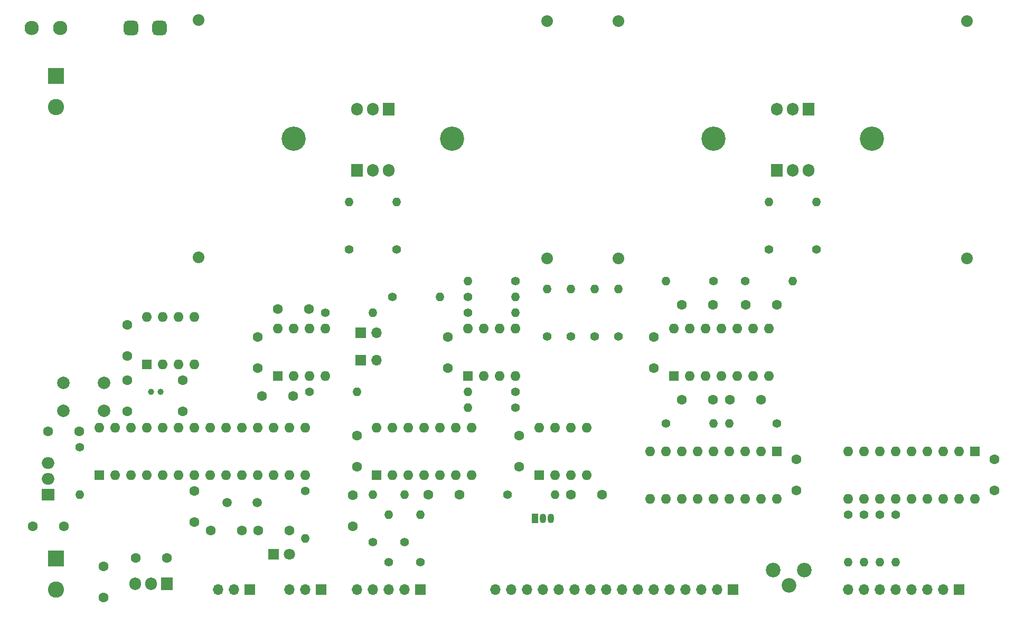
<source format=gbr>
%TF.GenerationSoftware,KiCad,Pcbnew,7.0.9*%
%TF.CreationDate,2024-01-17T08:58:22+01:00*%
%TF.ProjectId,DC Electronic Load,44432045-6c65-4637-9472-6f6e6963204c,rev?*%
%TF.SameCoordinates,Original*%
%TF.FileFunction,Soldermask,Bot*%
%TF.FilePolarity,Negative*%
%FSLAX46Y46*%
G04 Gerber Fmt 4.6, Leading zero omitted, Abs format (unit mm)*
G04 Created by KiCad (PCBNEW 7.0.9) date 2024-01-17 08:58:22*
%MOMM*%
%LPD*%
G01*
G04 APERTURE LIST*
G04 Aperture macros list*
%AMRoundRect*
0 Rectangle with rounded corners*
0 $1 Rounding radius*
0 $2 $3 $4 $5 $6 $7 $8 $9 X,Y pos of 4 corners*
0 Add a 4 corners polygon primitive as box body*
4,1,4,$2,$3,$4,$5,$6,$7,$8,$9,$2,$3,0*
0 Add four circle primitives for the rounded corners*
1,1,$1+$1,$2,$3*
1,1,$1+$1,$4,$5*
1,1,$1+$1,$6,$7*
1,1,$1+$1,$8,$9*
0 Add four rect primitives between the rounded corners*
20,1,$1+$1,$2,$3,$4,$5,0*
20,1,$1+$1,$4,$5,$6,$7,0*
20,1,$1+$1,$6,$7,$8,$9,0*
20,1,$1+$1,$8,$9,$2,$3,0*%
G04 Aperture macros list end*
%ADD10C,1.000000*%
%ADD11C,3.885000*%
%ADD12C,2.000000*%
%ADD13C,1.600000*%
%ADD14R,1.700000X1.700000*%
%ADD15O,1.700000X1.700000*%
%ADD16R,1.600000X1.600000*%
%ADD17O,1.600000X1.600000*%
%ADD18R,1.905000X2.000000*%
%ADD19O,1.905000X2.000000*%
%ADD20RoundRect,0.575000X0.575000X0.575000X-0.575000X0.575000X-0.575000X-0.575000X0.575000X-0.575000X0*%
%ADD21C,2.300000*%
%ADD22C,1.500000*%
%ADD23C,1.400000*%
%ADD24O,1.400000X1.400000*%
%ADD25C,1.875000*%
%ADD26R,2.600000X2.600000*%
%ADD27C,2.600000*%
%ADD28C,2.340000*%
%ADD29R,2.000000X1.905000*%
%ADD30O,2.000000X1.905000*%
%ADD31R,1.050000X1.500000*%
%ADD32O,1.050000X1.500000*%
%ADD33R,1.800000X1.800000*%
%ADD34C,1.800000*%
G04 APERTURE END LIST*
D10*
%TO.C,Y2*%
X87884000Y-95250000D03*
X86360000Y-95250000D03*
%TD*%
D11*
%TO.C,H2*%
X176530000Y-54610000D03*
X201930000Y-54610000D03*
%TD*%
%TO.C,H1*%
X109220000Y-54610000D03*
X134620000Y-54610000D03*
%TD*%
D12*
%TO.C,SW1*%
X72315000Y-93762000D03*
X78815000Y-93762000D03*
X72315000Y-98262000D03*
X78815000Y-98262000D03*
%TD*%
D13*
%TO.C,C24*%
X67370000Y-116840000D03*
X72370000Y-116840000D03*
%TD*%
%TO.C,C6*%
X181670000Y-81280000D03*
X186670000Y-81280000D03*
%TD*%
D14*
%TO.C,J2*%
X102250000Y-127000000D03*
D15*
X99710000Y-127000000D03*
X97170000Y-127000000D03*
%TD*%
D16*
%TO.C,U11*%
X78115000Y-108575000D03*
D17*
X80655000Y-108575000D03*
X83195000Y-108575000D03*
X85735000Y-108575000D03*
X88275000Y-108575000D03*
X90815000Y-108575000D03*
X93355000Y-108575000D03*
X95895000Y-108575000D03*
X98435000Y-108575000D03*
X100975000Y-108575000D03*
X103515000Y-108575000D03*
X106055000Y-108575000D03*
X108595000Y-108575000D03*
X111135000Y-108575000D03*
X111135000Y-100955000D03*
X108595000Y-100955000D03*
X106055000Y-100955000D03*
X103515000Y-100955000D03*
X100975000Y-100955000D03*
X98435000Y-100955000D03*
X95895000Y-100955000D03*
X93355000Y-100955000D03*
X90815000Y-100955000D03*
X88275000Y-100955000D03*
X85735000Y-100955000D03*
X83195000Y-100955000D03*
X80655000Y-100955000D03*
X78115000Y-100955000D03*
%TD*%
D18*
%TO.C,U12*%
X88900000Y-126055000D03*
D19*
X86360000Y-126055000D03*
X83820000Y-126055000D03*
%TD*%
D20*
%TO.C,F1*%
X87720000Y-36830000D03*
X83120000Y-36830000D03*
D21*
X71820000Y-36830000D03*
X67220000Y-36830000D03*
%TD*%
D22*
%TO.C,Y1*%
X103415000Y-113030000D03*
X98535000Y-113030000D03*
%TD*%
D14*
%TO.C,U9*%
X179705000Y-127000000D03*
D15*
X177165000Y-127000000D03*
X174625000Y-127000000D03*
X172085000Y-127000000D03*
X169545000Y-127000000D03*
X167005000Y-127000000D03*
X164465000Y-127000000D03*
X161925000Y-127000000D03*
X159385000Y-127000000D03*
X156845000Y-127000000D03*
X154305000Y-127000000D03*
X151765000Y-127000000D03*
X149225000Y-127000000D03*
X146685000Y-127000000D03*
X144145000Y-127000000D03*
X141605000Y-127000000D03*
%TD*%
D23*
%TO.C,R29*%
X200660000Y-114935000D03*
D24*
X200660000Y-122555000D03*
%TD*%
D25*
%TO.C,R19*%
X149860000Y-35672500D03*
X149860000Y-73772500D03*
%TD*%
D23*
%TO.C,R1*%
X153670000Y-86360000D03*
D24*
X153670000Y-78740000D03*
%TD*%
D13*
%TO.C,C4*%
X179130000Y-96520000D03*
X184130000Y-96520000D03*
%TD*%
%TO.C,C15*%
X100925000Y-117475000D03*
X95925000Y-117475000D03*
%TD*%
D23*
%TO.C,R34*%
X129540000Y-122555000D03*
D24*
X129540000Y-114935000D03*
%TD*%
D23*
%TO.C,R27*%
X205740000Y-114935000D03*
D24*
X205740000Y-122555000D03*
%TD*%
D13*
%TO.C,C1*%
X103505000Y-86400000D03*
X103505000Y-91400000D03*
%TD*%
D23*
%TO.C,R7*%
X137170000Y-82540000D03*
D24*
X144790000Y-82540000D03*
%TD*%
D23*
%TO.C,R35*%
X124460000Y-122555000D03*
D24*
X124460000Y-114935000D03*
%TD*%
D23*
%TO.C,R23*%
X111760000Y-95250000D03*
D24*
X119380000Y-95250000D03*
%TD*%
D13*
%TO.C,C10*%
X221605000Y-106085000D03*
X221605000Y-111085000D03*
%TD*%
%TO.C,C2*%
X167005000Y-91400000D03*
X167005000Y-86400000D03*
%TD*%
D16*
%TO.C,U6*%
X186690000Y-104775000D03*
D17*
X184150000Y-104775000D03*
X181610000Y-104775000D03*
X179070000Y-104775000D03*
X176530000Y-104775000D03*
X173990000Y-104775000D03*
X171450000Y-104775000D03*
X168910000Y-104775000D03*
X166370000Y-104775000D03*
X166370000Y-112395000D03*
X168910000Y-112395000D03*
X171450000Y-112395000D03*
X173990000Y-112395000D03*
X176530000Y-112395000D03*
X179070000Y-112395000D03*
X181610000Y-112395000D03*
X184150000Y-112395000D03*
X186690000Y-112395000D03*
%TD*%
D23*
%TO.C,R2*%
X149860000Y-86360000D03*
D24*
X149860000Y-78740000D03*
%TD*%
D14*
%TO.C,J3*%
X215900000Y-126990000D03*
D15*
X213360000Y-126990000D03*
X210820000Y-126990000D03*
X208280000Y-126990000D03*
X205740000Y-126990000D03*
X203200000Y-126990000D03*
X200660000Y-126990000D03*
X198120000Y-126990000D03*
%TD*%
D23*
%TO.C,R3*%
X161290000Y-86360000D03*
D24*
X161290000Y-78740000D03*
%TD*%
D23*
%TO.C,R6*%
X144790000Y-97780000D03*
D24*
X137170000Y-97780000D03*
%TD*%
D13*
%TO.C,C23*%
X78740000Y-128210000D03*
X78740000Y-123210000D03*
%TD*%
D23*
%TO.C,R16*%
X193040000Y-72390000D03*
D24*
X193040000Y-64770000D03*
%TD*%
D13*
%TO.C,C12*%
X119385000Y-107275000D03*
X119385000Y-102275000D03*
%TD*%
D23*
%TO.C,R9*%
X144780000Y-77470000D03*
D24*
X137160000Y-77470000D03*
%TD*%
D23*
%TO.C,R33*%
X127000000Y-119380000D03*
D24*
X127000000Y-111760000D03*
%TD*%
D13*
%TO.C,C17*%
X82550000Y-89495000D03*
X82550000Y-84495000D03*
%TD*%
D18*
%TO.C,Q2*%
X124460000Y-49855000D03*
D19*
X121920000Y-49855000D03*
X119380000Y-49855000D03*
%TD*%
D26*
%TO.C,J1*%
X71120000Y-44530000D03*
D27*
X71120000Y-49530000D03*
%TD*%
D23*
%TO.C,R30*%
X198120000Y-114935000D03*
D24*
X198120000Y-122555000D03*
%TD*%
D23*
%TO.C,R31*%
X74930000Y-104140000D03*
D24*
X74930000Y-111760000D03*
%TD*%
D28*
%TO.C,RV1*%
X191135000Y-123825000D03*
X188635000Y-126325000D03*
X186135000Y-123825000D03*
%TD*%
D13*
%TO.C,C9*%
X158710000Y-111760000D03*
X153710000Y-111760000D03*
%TD*%
%TO.C,C26*%
X69890000Y-101600000D03*
X74890000Y-101600000D03*
%TD*%
D23*
%TO.C,R10*%
X125095000Y-80010000D03*
D24*
X132715000Y-80010000D03*
%TD*%
D23*
%TO.C,R17*%
X118110000Y-72390000D03*
D24*
X118110000Y-64770000D03*
%TD*%
D13*
%TO.C,C3*%
X176470000Y-96520000D03*
X171470000Y-96520000D03*
%TD*%
D29*
%TO.C,U13*%
X69850000Y-111760000D03*
D30*
X69850000Y-109220000D03*
X69850000Y-106680000D03*
%TD*%
D23*
%TO.C,R8*%
X137170000Y-80000000D03*
D24*
X144790000Y-80000000D03*
%TD*%
D16*
%TO.C,U8*%
X122555000Y-108585000D03*
D17*
X125095000Y-108585000D03*
X127635000Y-108585000D03*
X130175000Y-108585000D03*
X132715000Y-108585000D03*
X135255000Y-108585000D03*
X137795000Y-108585000D03*
X137795000Y-100965000D03*
X135255000Y-100965000D03*
X132715000Y-100965000D03*
X130175000Y-100965000D03*
X127635000Y-100965000D03*
X125095000Y-100965000D03*
X122555000Y-100965000D03*
%TD*%
D14*
%TO.C,TH2*%
X120015000Y-85725000D03*
D15*
X122555000Y-85725000D03*
%TD*%
D13*
%TO.C,C21*%
X118745000Y-116800000D03*
X118745000Y-111800000D03*
%TD*%
D23*
%TO.C,R5*%
X144790000Y-95240000D03*
D24*
X137170000Y-95240000D03*
%TD*%
D23*
%TO.C,R15*%
X185420000Y-72390000D03*
D24*
X185420000Y-64770000D03*
%TD*%
D23*
%TO.C,R14*%
X181610000Y-77470000D03*
D24*
X189230000Y-77470000D03*
%TD*%
D25*
%TO.C,R21*%
X217170000Y-35672500D03*
X217170000Y-73772500D03*
%TD*%
D13*
%TO.C,C18*%
X93345000Y-116165000D03*
X93345000Y-111165000D03*
%TD*%
D16*
%TO.C,U3*%
X170175000Y-92700000D03*
D17*
X172715000Y-92700000D03*
X175255000Y-92700000D03*
X177795000Y-92700000D03*
X180335000Y-92700000D03*
X182875000Y-92700000D03*
X185415000Y-92700000D03*
X185415000Y-85080000D03*
X182875000Y-85080000D03*
X180335000Y-85080000D03*
X177795000Y-85080000D03*
X175255000Y-85080000D03*
X172715000Y-85080000D03*
X170175000Y-85080000D03*
%TD*%
D23*
%TO.C,R11*%
X168905000Y-100320000D03*
D24*
X176525000Y-100320000D03*
%TD*%
D18*
%TO.C,Q4*%
X191770000Y-49855000D03*
D19*
X189230000Y-49855000D03*
X186690000Y-49855000D03*
%TD*%
D16*
%TO.C,U1*%
X137160000Y-92710000D03*
D17*
X139700000Y-92710000D03*
X142240000Y-92710000D03*
X144780000Y-92710000D03*
X144780000Y-85090000D03*
X142240000Y-85090000D03*
X139700000Y-85090000D03*
X137160000Y-85090000D03*
%TD*%
D25*
%TO.C,R20*%
X93980000Y-35560000D03*
X93980000Y-73660000D03*
%TD*%
D14*
%TO.C,SW2*%
X129550000Y-126990000D03*
D15*
X127010000Y-126990000D03*
X124470000Y-126990000D03*
X121930000Y-126990000D03*
X119390000Y-126990000D03*
%TD*%
D25*
%TO.C,R22*%
X161290000Y-35672500D03*
X161290000Y-73772500D03*
%TD*%
D16*
%TO.C,U7*%
X148600000Y-108575000D03*
D17*
X151140000Y-108575000D03*
X153680000Y-108575000D03*
X156220000Y-108575000D03*
X156220000Y-100955000D03*
X153680000Y-100955000D03*
X151140000Y-100955000D03*
X148600000Y-100955000D03*
%TD*%
D16*
%TO.C,U2*%
X106690000Y-92700000D03*
D17*
X109230000Y-92700000D03*
X111770000Y-92700000D03*
X114310000Y-92700000D03*
X114310000Y-85080000D03*
X111770000Y-85080000D03*
X109230000Y-85080000D03*
X106690000Y-85080000D03*
%TD*%
D13*
%TO.C,C14*%
X189865000Y-111085000D03*
X189865000Y-106085000D03*
%TD*%
%TO.C,C25*%
X83880000Y-121920000D03*
X88880000Y-121920000D03*
%TD*%
D31*
%TO.C,U5*%
X147955000Y-115570000D03*
D32*
X149225000Y-115570000D03*
X150495000Y-115570000D03*
%TD*%
D13*
%TO.C,C7*%
X109160000Y-95885000D03*
X104160000Y-95885000D03*
%TD*%
D33*
%TO.C,D1*%
X106045000Y-121285000D03*
D34*
X108585000Y-121285000D03*
%TD*%
D23*
%TO.C,R25*%
X111125000Y-111125000D03*
D24*
X111125000Y-118745000D03*
%TD*%
D13*
%TO.C,C20*%
X91440000Y-93385000D03*
X91440000Y-98385000D03*
%TD*%
D23*
%TO.C,R24*%
X114300000Y-82550000D03*
D24*
X121920000Y-82550000D03*
%TD*%
D14*
%TO.C,J4*%
X113665000Y-127000000D03*
D15*
X111125000Y-127000000D03*
X108585000Y-127000000D03*
%TD*%
D23*
%TO.C,R28*%
X203200000Y-114935000D03*
D24*
X203200000Y-122555000D03*
%TD*%
D13*
%TO.C,C8*%
X111700000Y-81915000D03*
X106700000Y-81915000D03*
%TD*%
%TO.C,C27*%
X133985000Y-91400000D03*
X133985000Y-86400000D03*
%TD*%
D23*
%TO.C,R18*%
X125730000Y-72390000D03*
D24*
X125730000Y-64770000D03*
%TD*%
D16*
%TO.C,U10*%
X85735000Y-90795000D03*
D17*
X88275000Y-90795000D03*
X90815000Y-90795000D03*
X93355000Y-90795000D03*
X93355000Y-83175000D03*
X90815000Y-83175000D03*
X88275000Y-83175000D03*
X85735000Y-83175000D03*
%TD*%
D13*
%TO.C,C5*%
X176470000Y-81280000D03*
X171470000Y-81280000D03*
%TD*%
D23*
%TO.C,R13*%
X176530000Y-77470000D03*
D24*
X168910000Y-77470000D03*
%TD*%
D13*
%TO.C,C16*%
X103545000Y-117475000D03*
X108545000Y-117475000D03*
%TD*%
D16*
%TO.C,U4*%
X218430000Y-104785000D03*
D17*
X215890000Y-104785000D03*
X213350000Y-104785000D03*
X210810000Y-104785000D03*
X208270000Y-104785000D03*
X205730000Y-104785000D03*
X203190000Y-104785000D03*
X200650000Y-104785000D03*
X198110000Y-104785000D03*
X198110000Y-112405000D03*
X200650000Y-112405000D03*
X203190000Y-112405000D03*
X205730000Y-112405000D03*
X208270000Y-112405000D03*
X210810000Y-112405000D03*
X213350000Y-112405000D03*
X215890000Y-112405000D03*
X218430000Y-112405000D03*
%TD*%
D13*
%TO.C,C22*%
X135850000Y-111760000D03*
X130850000Y-111760000D03*
%TD*%
D23*
%TO.C,R12*%
X186685000Y-100330000D03*
D24*
X179065000Y-100330000D03*
%TD*%
D13*
%TO.C,C19*%
X82550000Y-93385000D03*
X82550000Y-98385000D03*
%TD*%
D23*
%TO.C,R32*%
X121920000Y-119380000D03*
D24*
X121920000Y-111760000D03*
%TD*%
D13*
%TO.C,C11*%
X145415000Y-107275000D03*
X145415000Y-102275000D03*
%TD*%
D26*
%TO.C,J5*%
X71120000Y-122000000D03*
D27*
X71120000Y-127000000D03*
%TD*%
D18*
%TO.C,Q3*%
X186690000Y-59690000D03*
D19*
X189230000Y-59690000D03*
X191770000Y-59690000D03*
%TD*%
D23*
%TO.C,R4*%
X157480000Y-86360000D03*
D24*
X157480000Y-78740000D03*
%TD*%
D14*
%TO.C,TH1*%
X120010000Y-90170000D03*
D15*
X122550000Y-90170000D03*
%TD*%
D18*
%TO.C,Q1*%
X119380000Y-59690000D03*
D19*
X121920000Y-59690000D03*
X124460000Y-59690000D03*
%TD*%
D23*
%TO.C,R26*%
X143510000Y-111760000D03*
D24*
X151130000Y-111760000D03*
%TD*%
M02*

</source>
